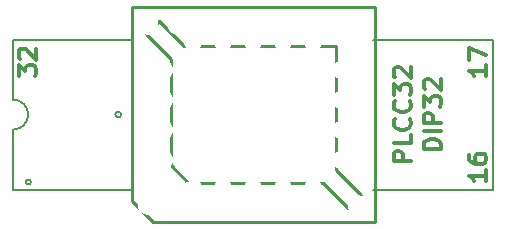
<source format=gto>
G04 (created by PCBNEW (2013-jun-18)-testing) date Sun 14 Jul 2013 06:48:57 PM EEST*
%MOIN*%
G04 Gerber Fmt 3.4, Leading zero omitted, Abs format*
%FSLAX34Y34*%
G01*
G70*
G90*
G04 APERTURE LIST*
%ADD10C,0.005906*%
%ADD11C,0.011811*%
%ADD12C,0.007874*%
%ADD13C,0.010000*%
%ADD14R,0.069024X0.069024*%
%ADD15C,0.069024*%
%ADD16C,0.067055*%
G04 APERTURE END LIST*
G54D10*
G54D11*
X14517Y2597D02*
X13926Y2597D01*
X13926Y2737D01*
X13954Y2821D01*
X14010Y2878D01*
X14067Y2906D01*
X14179Y2934D01*
X14264Y2934D01*
X14376Y2906D01*
X14432Y2878D01*
X14489Y2821D01*
X14517Y2737D01*
X14517Y2597D01*
X14517Y3187D02*
X13926Y3187D01*
X14517Y3468D02*
X13926Y3468D01*
X13926Y3693D01*
X13954Y3750D01*
X13982Y3778D01*
X14039Y3806D01*
X14123Y3806D01*
X14179Y3778D01*
X14207Y3750D01*
X14235Y3693D01*
X14235Y3468D01*
X13926Y4003D02*
X13926Y4368D01*
X14151Y4171D01*
X14151Y4256D01*
X14179Y4312D01*
X14207Y4340D01*
X14264Y4368D01*
X14404Y4368D01*
X14460Y4340D01*
X14489Y4312D01*
X14517Y4256D01*
X14517Y4087D01*
X14489Y4031D01*
X14460Y4003D01*
X13982Y4593D02*
X13954Y4621D01*
X13926Y4678D01*
X13926Y4818D01*
X13954Y4874D01*
X13982Y4902D01*
X14039Y4931D01*
X14095Y4931D01*
X14179Y4902D01*
X14517Y4565D01*
X14517Y4931D01*
X13517Y2203D02*
X12926Y2203D01*
X12926Y2428D01*
X12954Y2484D01*
X12982Y2512D01*
X13039Y2540D01*
X13123Y2540D01*
X13179Y2512D01*
X13207Y2484D01*
X13235Y2428D01*
X13235Y2203D01*
X13517Y3075D02*
X13517Y2793D01*
X12926Y2793D01*
X13460Y3609D02*
X13489Y3581D01*
X13517Y3496D01*
X13517Y3440D01*
X13489Y3356D01*
X13432Y3300D01*
X13376Y3271D01*
X13264Y3243D01*
X13179Y3243D01*
X13067Y3271D01*
X13010Y3300D01*
X12954Y3356D01*
X12926Y3440D01*
X12926Y3496D01*
X12954Y3581D01*
X12982Y3609D01*
X13460Y4199D02*
X13489Y4171D01*
X13517Y4087D01*
X13517Y4031D01*
X13489Y3946D01*
X13432Y3890D01*
X13376Y3862D01*
X13264Y3834D01*
X13179Y3834D01*
X13067Y3862D01*
X13010Y3890D01*
X12954Y3946D01*
X12926Y4031D01*
X12926Y4087D01*
X12954Y4171D01*
X12982Y4199D01*
X12926Y4396D02*
X12926Y4762D01*
X13151Y4565D01*
X13151Y4649D01*
X13179Y4706D01*
X13207Y4734D01*
X13264Y4762D01*
X13404Y4762D01*
X13460Y4734D01*
X13489Y4706D01*
X13517Y4649D01*
X13517Y4481D01*
X13489Y4424D01*
X13460Y4396D01*
X12982Y4987D02*
X12954Y5015D01*
X12926Y5071D01*
X12926Y5212D01*
X12954Y5268D01*
X12982Y5296D01*
X13039Y5324D01*
X13095Y5324D01*
X13179Y5296D01*
X13517Y4959D01*
X13517Y5324D01*
G54D12*
X3844Y3750D02*
G75*
G03X3844Y3750I-94J0D01*
G74*
G01*
G54D11*
X426Y5021D02*
X426Y5387D01*
X651Y5190D01*
X651Y5275D01*
X679Y5331D01*
X707Y5359D01*
X764Y5387D01*
X904Y5387D01*
X960Y5359D01*
X989Y5331D01*
X1017Y5275D01*
X1017Y5106D01*
X989Y5050D01*
X960Y5021D01*
X482Y5612D02*
X454Y5640D01*
X426Y5696D01*
X426Y5837D01*
X454Y5893D01*
X482Y5921D01*
X539Y5949D01*
X595Y5949D01*
X679Y5921D01*
X1017Y5584D01*
X1017Y5949D01*
X16017Y5387D02*
X16017Y5050D01*
X16017Y5218D02*
X15426Y5218D01*
X15510Y5162D01*
X15567Y5106D01*
X15595Y5050D01*
X15426Y5584D02*
X15426Y5978D01*
X16017Y5724D01*
X16017Y1887D02*
X16017Y1550D01*
X16017Y1718D02*
X15426Y1718D01*
X15510Y1662D01*
X15567Y1606D01*
X15595Y1550D01*
X15426Y2393D02*
X15426Y2281D01*
X15454Y2224D01*
X15482Y2196D01*
X15567Y2140D01*
X15679Y2112D01*
X15904Y2112D01*
X15960Y2140D01*
X15989Y2168D01*
X16017Y2224D01*
X16017Y2337D01*
X15989Y2393D01*
X15960Y2421D01*
X15904Y2449D01*
X15764Y2449D01*
X15707Y2421D01*
X15679Y2393D01*
X15651Y2337D01*
X15651Y2224D01*
X15679Y2168D01*
X15707Y2140D01*
X15764Y2112D01*
G54D12*
X16250Y1250D02*
X12250Y1250D01*
X250Y1250D02*
X4250Y1250D01*
X834Y1500D02*
G75*
G03X834Y1500I-84J0D01*
G74*
G01*
X250Y3250D02*
G75*
G03X750Y3750I0J500D01*
G74*
G01*
X750Y3750D02*
G75*
G03X250Y4250I-500J0D01*
G74*
G01*
X16250Y6250D02*
X12250Y6250D01*
X250Y4250D02*
X250Y6250D01*
X250Y6250D02*
X4250Y6250D01*
X16250Y6250D02*
X16250Y1250D01*
X250Y1250D02*
X250Y3250D01*
G54D13*
X11006Y6033D02*
X5927Y6033D01*
X6085Y1467D02*
X10573Y1467D01*
X4195Y7333D02*
X12305Y7333D01*
X12305Y167D02*
X4904Y167D01*
X11006Y6033D02*
X11006Y1900D01*
X5494Y2057D02*
X5494Y5600D01*
X5495Y2057D02*
X6085Y1467D01*
X12305Y167D02*
X12305Y7333D01*
X4195Y7333D02*
X4195Y876D01*
X4194Y876D02*
X4903Y167D01*
X11005Y1899D02*
X11831Y1073D01*
X11831Y1073D02*
X11398Y640D01*
X11400Y640D02*
X10574Y1466D01*
X5927Y6034D02*
X5101Y6860D01*
X5100Y6860D02*
X4667Y6427D01*
X4669Y6427D02*
X5495Y5601D01*
%LPC*%
G54D14*
X750Y750D03*
G54D15*
X1750Y750D03*
X2750Y750D03*
X3750Y750D03*
X4750Y750D03*
X5750Y750D03*
X6750Y750D03*
X7750Y750D03*
X8750Y750D03*
X9750Y750D03*
X10750Y750D03*
X11750Y750D03*
X12750Y750D03*
X13750Y750D03*
X14750Y750D03*
X15750Y750D03*
X15750Y6750D03*
X14750Y6750D03*
X13750Y6750D03*
X12750Y6750D03*
X11750Y6750D03*
X10750Y6750D03*
X9750Y6750D03*
X8750Y6750D03*
X7750Y6750D03*
X6750Y6750D03*
X5750Y6750D03*
X4750Y6750D03*
X3750Y6750D03*
X2750Y6750D03*
X1750Y6750D03*
X750Y6750D03*
G54D16*
X5250Y3250D03*
X6250Y4250D03*
X6250Y3250D03*
X5250Y2250D03*
X6250Y1250D03*
X6250Y2250D03*
X7250Y1250D03*
X7250Y2250D03*
X8250Y1250D03*
X8250Y2250D03*
X9250Y1250D03*
X9250Y2250D03*
X10250Y1250D03*
X11250Y2250D03*
X10250Y2250D03*
X11250Y3250D03*
X10250Y3250D03*
X11250Y4250D03*
X10250Y4250D03*
X11250Y5250D03*
X10250Y6250D03*
X10250Y5250D03*
X9250Y6250D03*
X9250Y5250D03*
X8250Y6250D03*
X8250Y5250D03*
X7250Y6250D03*
X5250Y4250D03*
X7250Y5250D03*
X6250Y6250D03*
X5250Y5250D03*
X6250Y5250D03*
M02*

</source>
